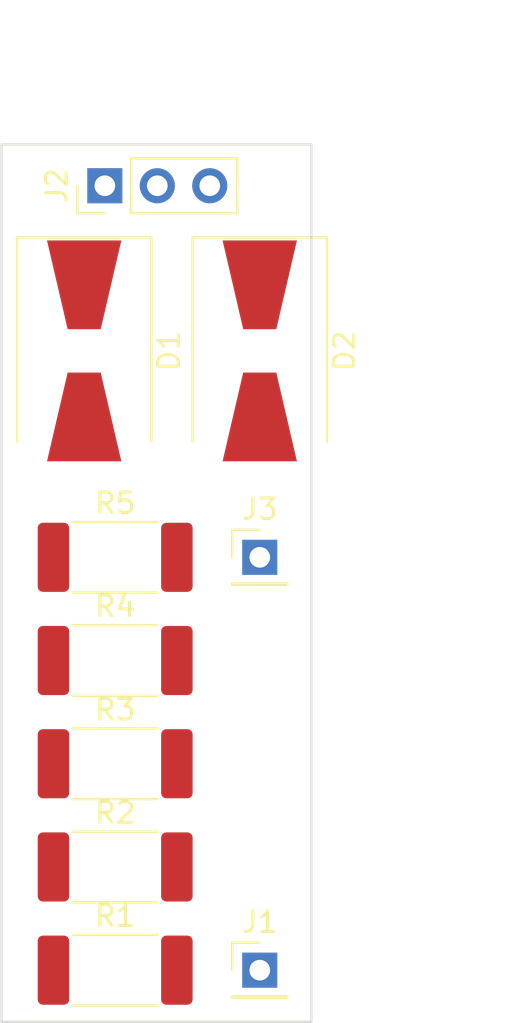
<source format=kicad_pcb>
(kicad_pcb (version 20171130) (host pcbnew 5.1.5+dfsg1-2build2)

  (general
    (thickness 1.6)
    (drawings 6)
    (tracks 0)
    (zones 0)
    (modules 10)
    (nets 5)
  )

  (page A4)
  (layers
    (0 F.Cu signal)
    (31 B.Cu signal)
    (32 B.Adhes user)
    (33 F.Adhes user)
    (34 B.Paste user)
    (35 F.Paste user)
    (36 B.SilkS user)
    (37 F.SilkS user)
    (38 B.Mask user)
    (39 F.Mask user)
    (40 Dwgs.User user)
    (41 Cmts.User user)
    (42 Eco1.User user)
    (43 Eco2.User user)
    (44 Edge.Cuts user)
    (45 Margin user)
    (46 B.CrtYd user hide)
    (47 F.CrtYd user)
    (48 B.Fab user)
    (49 F.Fab user hide)
  )

  (setup
    (last_trace_width 0.25)
    (trace_clearance 0.2)
    (zone_clearance 0.508)
    (zone_45_only no)
    (trace_min 0.2)
    (via_size 0.8)
    (via_drill 0.4)
    (via_min_size 0.4)
    (via_min_drill 0.3)
    (uvia_size 0.3)
    (uvia_drill 0.1)
    (uvias_allowed no)
    (uvia_min_size 0.2)
    (uvia_min_drill 0.1)
    (edge_width 0.1)
    (segment_width 0.2)
    (pcb_text_width 0.3)
    (pcb_text_size 1.5 1.5)
    (mod_edge_width 0.15)
    (mod_text_size 1 1)
    (mod_text_width 0.15)
    (pad_size 1.7 1.7)
    (pad_drill 1)
    (pad_to_mask_clearance 0)
    (aux_axis_origin 0 0)
    (visible_elements FFFFFF7F)
    (pcbplotparams
      (layerselection 0x010fc_ffffffff)
      (usegerberextensions false)
      (usegerberattributes false)
      (usegerberadvancedattributes false)
      (creategerberjobfile false)
      (excludeedgelayer true)
      (linewidth 0.100000)
      (plotframeref false)
      (viasonmask false)
      (mode 1)
      (useauxorigin false)
      (hpglpennumber 1)
      (hpglpenspeed 20)
      (hpglpendiameter 15.000000)
      (psnegative false)
      (psa4output false)
      (plotreference true)
      (plotvalue true)
      (plotinvisibletext false)
      (padsonsilk false)
      (subtractmaskfromsilk false)
      (outputformat 1)
      (mirror false)
      (drillshape 1)
      (scaleselection 1)
      (outputdirectory ""))
  )

  (net 0 "")
  (net 1 "Net-(D1-Pad2)")
  (net 2 "Net-(D1-Pad1)")
  (net 3 "Net-(D2-Pad2)")
  (net 4 "Net-(J1-Pad1)")

  (net_class Default "Esta es la clase de red por defecto."
    (clearance 0.2)
    (trace_width 0.25)
    (via_dia 0.8)
    (via_drill 0.4)
    (uvia_dia 0.3)
    (uvia_drill 0.1)
    (add_net "Net-(D1-Pad1)")
    (add_net "Net-(D1-Pad2)")
    (add_net "Net-(D2-Pad2)")
    (add_net "Net-(J1-Pad1)")
  )

  (module Resistor_SMD:R_2512_6332Metric_Pad1.52x3.35mm_HandSolder (layer F.Cu) (tedit 5B301BBD) (tstamp 6249719C)
    (at 125.5 90)
    (descr "Resistor SMD 2512 (6332 Metric), square (rectangular) end terminal, IPC_7351 nominal with elongated pad for handsoldering. (Body size source: http://www.tortai-tech.com/upload/download/2011102023233369053.pdf), generated with kicad-footprint-generator")
    (tags "resistor handsolder")
    (path /62496D43)
    (attr smd)
    (fp_text reference R5 (at 0 -2.62) (layer F.SilkS)
      (effects (font (size 1 1) (thickness 0.15)))
    )
    (fp_text value 22R (at 0 2.62) (layer F.Fab)
      (effects (font (size 1 1) (thickness 0.15)))
    )
    (fp_line (start -3.15 1.6) (end -3.15 -1.6) (layer F.Fab) (width 0.1))
    (fp_line (start -3.15 -1.6) (end 3.15 -1.6) (layer F.Fab) (width 0.1))
    (fp_line (start 3.15 -1.6) (end 3.15 1.6) (layer F.Fab) (width 0.1))
    (fp_line (start 3.15 1.6) (end -3.15 1.6) (layer F.Fab) (width 0.1))
    (fp_line (start -2.052064 -1.71) (end 2.052064 -1.71) (layer F.SilkS) (width 0.12))
    (fp_line (start -2.052064 1.71) (end 2.052064 1.71) (layer F.SilkS) (width 0.12))
    (fp_line (start -4 1.92) (end -4 -1.92) (layer F.CrtYd) (width 0.05))
    (fp_line (start -4 -1.92) (end 4 -1.92) (layer F.CrtYd) (width 0.05))
    (fp_line (start 4 -1.92) (end 4 1.92) (layer F.CrtYd) (width 0.05))
    (fp_line (start 4 1.92) (end -4 1.92) (layer F.CrtYd) (width 0.05))
    (fp_text user %R (at 0 0) (layer F.Fab)
      (effects (font (size 1 1) (thickness 0.15)))
    )
    (pad 1 smd roundrect (at -2.9875 0) (size 1.525 3.35) (layers F.Cu F.Paste F.Mask) (roundrect_rratio 0.163934)
      (net 1 "Net-(D1-Pad2)"))
    (pad 2 smd roundrect (at 2.9875 0) (size 1.525 3.35) (layers F.Cu F.Paste F.Mask) (roundrect_rratio 0.163934)
      (net 4 "Net-(J1-Pad1)"))
    (model ${KISYS3DMOD}/Resistor_SMD.3dshapes/R_2512_6332Metric.wrl
      (at (xyz 0 0 0))
      (scale (xyz 1 1 1))
      (rotate (xyz 0 0 0))
    )
  )

  (module Resistor_SMD:R_2512_6332Metric_Pad1.52x3.35mm_HandSolder (layer F.Cu) (tedit 5B301BBD) (tstamp 6249718B)
    (at 125.5 95)
    (descr "Resistor SMD 2512 (6332 Metric), square (rectangular) end terminal, IPC_7351 nominal with elongated pad for handsoldering. (Body size source: http://www.tortai-tech.com/upload/download/2011102023233369053.pdf), generated with kicad-footprint-generator")
    (tags "resistor handsolder")
    (path /62496BB8)
    (attr smd)
    (fp_text reference R4 (at 0 -2.62) (layer F.SilkS)
      (effects (font (size 1 1) (thickness 0.15)))
    )
    (fp_text value 22R (at 0 2.62) (layer F.Fab)
      (effects (font (size 1 1) (thickness 0.15)))
    )
    (fp_line (start -3.15 1.6) (end -3.15 -1.6) (layer F.Fab) (width 0.1))
    (fp_line (start -3.15 -1.6) (end 3.15 -1.6) (layer F.Fab) (width 0.1))
    (fp_line (start 3.15 -1.6) (end 3.15 1.6) (layer F.Fab) (width 0.1))
    (fp_line (start 3.15 1.6) (end -3.15 1.6) (layer F.Fab) (width 0.1))
    (fp_line (start -2.052064 -1.71) (end 2.052064 -1.71) (layer F.SilkS) (width 0.12))
    (fp_line (start -2.052064 1.71) (end 2.052064 1.71) (layer F.SilkS) (width 0.12))
    (fp_line (start -4 1.92) (end -4 -1.92) (layer F.CrtYd) (width 0.05))
    (fp_line (start -4 -1.92) (end 4 -1.92) (layer F.CrtYd) (width 0.05))
    (fp_line (start 4 -1.92) (end 4 1.92) (layer F.CrtYd) (width 0.05))
    (fp_line (start 4 1.92) (end -4 1.92) (layer F.CrtYd) (width 0.05))
    (fp_text user %R (at 0 0) (layer F.Fab)
      (effects (font (size 1 1) (thickness 0.15)))
    )
    (pad 1 smd roundrect (at -2.9875 0) (size 1.525 3.35) (layers F.Cu F.Paste F.Mask) (roundrect_rratio 0.163934)
      (net 1 "Net-(D1-Pad2)"))
    (pad 2 smd roundrect (at 2.9875 0) (size 1.525 3.35) (layers F.Cu F.Paste F.Mask) (roundrect_rratio 0.163934)
      (net 4 "Net-(J1-Pad1)"))
    (model ${KISYS3DMOD}/Resistor_SMD.3dshapes/R_2512_6332Metric.wrl
      (at (xyz 0 0 0))
      (scale (xyz 1 1 1))
      (rotate (xyz 0 0 0))
    )
  )

  (module Resistor_SMD:R_2512_6332Metric_Pad1.52x3.35mm_HandSolder (layer F.Cu) (tedit 5B301BBD) (tstamp 6249717A)
    (at 125.5 100)
    (descr "Resistor SMD 2512 (6332 Metric), square (rectangular) end terminal, IPC_7351 nominal with elongated pad for handsoldering. (Body size source: http://www.tortai-tech.com/upload/download/2011102023233369053.pdf), generated with kicad-footprint-generator")
    (tags "resistor handsolder")
    (path /624969A8)
    (attr smd)
    (fp_text reference R3 (at 0 -2.62) (layer F.SilkS)
      (effects (font (size 1 1) (thickness 0.15)))
    )
    (fp_text value 22R (at 0 2.62) (layer F.Fab)
      (effects (font (size 1 1) (thickness 0.15)))
    )
    (fp_line (start -3.15 1.6) (end -3.15 -1.6) (layer F.Fab) (width 0.1))
    (fp_line (start -3.15 -1.6) (end 3.15 -1.6) (layer F.Fab) (width 0.1))
    (fp_line (start 3.15 -1.6) (end 3.15 1.6) (layer F.Fab) (width 0.1))
    (fp_line (start 3.15 1.6) (end -3.15 1.6) (layer F.Fab) (width 0.1))
    (fp_line (start -2.052064 -1.71) (end 2.052064 -1.71) (layer F.SilkS) (width 0.12))
    (fp_line (start -2.052064 1.71) (end 2.052064 1.71) (layer F.SilkS) (width 0.12))
    (fp_line (start -4 1.92) (end -4 -1.92) (layer F.CrtYd) (width 0.05))
    (fp_line (start -4 -1.92) (end 4 -1.92) (layer F.CrtYd) (width 0.05))
    (fp_line (start 4 -1.92) (end 4 1.92) (layer F.CrtYd) (width 0.05))
    (fp_line (start 4 1.92) (end -4 1.92) (layer F.CrtYd) (width 0.05))
    (fp_text user %R (at 0 0) (layer F.Fab)
      (effects (font (size 1 1) (thickness 0.15)))
    )
    (pad 1 smd roundrect (at -2.9875 0) (size 1.525 3.35) (layers F.Cu F.Paste F.Mask) (roundrect_rratio 0.163934)
      (net 1 "Net-(D1-Pad2)"))
    (pad 2 smd roundrect (at 2.9875 0) (size 1.525 3.35) (layers F.Cu F.Paste F.Mask) (roundrect_rratio 0.163934)
      (net 4 "Net-(J1-Pad1)"))
    (model ${KISYS3DMOD}/Resistor_SMD.3dshapes/R_2512_6332Metric.wrl
      (at (xyz 0 0 0))
      (scale (xyz 1 1 1))
      (rotate (xyz 0 0 0))
    )
  )

  (module Resistor_SMD:R_2512_6332Metric_Pad1.52x3.35mm_HandSolder (layer F.Cu) (tedit 5B301BBD) (tstamp 62497169)
    (at 125.5 105)
    (descr "Resistor SMD 2512 (6332 Metric), square (rectangular) end terminal, IPC_7351 nominal with elongated pad for handsoldering. (Body size source: http://www.tortai-tech.com/upload/download/2011102023233369053.pdf), generated with kicad-footprint-generator")
    (tags "resistor handsolder")
    (path /624965F6)
    (attr smd)
    (fp_text reference R2 (at 0 -2.62) (layer F.SilkS)
      (effects (font (size 1 1) (thickness 0.15)))
    )
    (fp_text value 22R (at 0 2.62) (layer F.Fab)
      (effects (font (size 1 1) (thickness 0.15)))
    )
    (fp_line (start -3.15 1.6) (end -3.15 -1.6) (layer F.Fab) (width 0.1))
    (fp_line (start -3.15 -1.6) (end 3.15 -1.6) (layer F.Fab) (width 0.1))
    (fp_line (start 3.15 -1.6) (end 3.15 1.6) (layer F.Fab) (width 0.1))
    (fp_line (start 3.15 1.6) (end -3.15 1.6) (layer F.Fab) (width 0.1))
    (fp_line (start -2.052064 -1.71) (end 2.052064 -1.71) (layer F.SilkS) (width 0.12))
    (fp_line (start -2.052064 1.71) (end 2.052064 1.71) (layer F.SilkS) (width 0.12))
    (fp_line (start -4 1.92) (end -4 -1.92) (layer F.CrtYd) (width 0.05))
    (fp_line (start -4 -1.92) (end 4 -1.92) (layer F.CrtYd) (width 0.05))
    (fp_line (start 4 -1.92) (end 4 1.92) (layer F.CrtYd) (width 0.05))
    (fp_line (start 4 1.92) (end -4 1.92) (layer F.CrtYd) (width 0.05))
    (fp_text user %R (at 0 0) (layer F.Fab)
      (effects (font (size 1 1) (thickness 0.15)))
    )
    (pad 1 smd roundrect (at -2.9875 0) (size 1.525 3.35) (layers F.Cu F.Paste F.Mask) (roundrect_rratio 0.163934)
      (net 1 "Net-(D1-Pad2)"))
    (pad 2 smd roundrect (at 2.9875 0) (size 1.525 3.35) (layers F.Cu F.Paste F.Mask) (roundrect_rratio 0.163934)
      (net 4 "Net-(J1-Pad1)"))
    (model ${KISYS3DMOD}/Resistor_SMD.3dshapes/R_2512_6332Metric.wrl
      (at (xyz 0 0 0))
      (scale (xyz 1 1 1))
      (rotate (xyz 0 0 0))
    )
  )

  (module Resistor_SMD:R_2512_6332Metric_Pad1.52x3.35mm_HandSolder (layer F.Cu) (tedit 5B301BBD) (tstamp 62497158)
    (at 125.5 110)
    (descr "Resistor SMD 2512 (6332 Metric), square (rectangular) end terminal, IPC_7351 nominal with elongated pad for handsoldering. (Body size source: http://www.tortai-tech.com/upload/download/2011102023233369053.pdf), generated with kicad-footprint-generator")
    (tags "resistor handsolder")
    (path /624929C2)
    (attr smd)
    (fp_text reference R1 (at 0 -2.62) (layer F.SilkS)
      (effects (font (size 1 1) (thickness 0.15)))
    )
    (fp_text value 22R (at 0 2.62) (layer F.Fab)
      (effects (font (size 1 1) (thickness 0.15)))
    )
    (fp_line (start -3.15 1.6) (end -3.15 -1.6) (layer F.Fab) (width 0.1))
    (fp_line (start -3.15 -1.6) (end 3.15 -1.6) (layer F.Fab) (width 0.1))
    (fp_line (start 3.15 -1.6) (end 3.15 1.6) (layer F.Fab) (width 0.1))
    (fp_line (start 3.15 1.6) (end -3.15 1.6) (layer F.Fab) (width 0.1))
    (fp_line (start -2.052064 -1.71) (end 2.052064 -1.71) (layer F.SilkS) (width 0.12))
    (fp_line (start -2.052064 1.71) (end 2.052064 1.71) (layer F.SilkS) (width 0.12))
    (fp_line (start -4 1.92) (end -4 -1.92) (layer F.CrtYd) (width 0.05))
    (fp_line (start -4 -1.92) (end 4 -1.92) (layer F.CrtYd) (width 0.05))
    (fp_line (start 4 -1.92) (end 4 1.92) (layer F.CrtYd) (width 0.05))
    (fp_line (start 4 1.92) (end -4 1.92) (layer F.CrtYd) (width 0.05))
    (fp_text user %R (at 0 0) (layer F.Fab)
      (effects (font (size 1 1) (thickness 0.15)))
    )
    (pad 1 smd roundrect (at -2.9875 0) (size 1.525 3.35) (layers F.Cu F.Paste F.Mask) (roundrect_rratio 0.163934)
      (net 1 "Net-(D1-Pad2)"))
    (pad 2 smd roundrect (at 2.9875 0) (size 1.525 3.35) (layers F.Cu F.Paste F.Mask) (roundrect_rratio 0.163934)
      (net 4 "Net-(J1-Pad1)"))
    (model ${KISYS3DMOD}/Resistor_SMD.3dshapes/R_2512_6332Metric.wrl
      (at (xyz 0 0 0))
      (scale (xyz 1 1 1))
      (rotate (xyz 0 0 0))
    )
  )

  (module Connector_PinHeader_2.54mm:PinHeader_1x01_P2.54mm_Vertical (layer F.Cu) (tedit 59FED5CC) (tstamp 62497147)
    (at 132.5 90)
    (descr "Through hole straight pin header, 1x01, 2.54mm pitch, single row")
    (tags "Through hole pin header THT 1x01 2.54mm single row")
    (path /62498FA1)
    (fp_text reference J3 (at 0 -2.33) (layer F.SilkS)
      (effects (font (size 1 1) (thickness 0.15)))
    )
    (fp_text value Conn_01x01_Female (at 0 2.33) (layer F.Fab)
      (effects (font (size 1 1) (thickness 0.15)))
    )
    (fp_line (start -0.635 -1.27) (end 1.27 -1.27) (layer F.Fab) (width 0.1))
    (fp_line (start 1.27 -1.27) (end 1.27 1.27) (layer F.Fab) (width 0.1))
    (fp_line (start 1.27 1.27) (end -1.27 1.27) (layer F.Fab) (width 0.1))
    (fp_line (start -1.27 1.27) (end -1.27 -0.635) (layer F.Fab) (width 0.1))
    (fp_line (start -1.27 -0.635) (end -0.635 -1.27) (layer F.Fab) (width 0.1))
    (fp_line (start -1.33 1.33) (end 1.33 1.33) (layer F.SilkS) (width 0.12))
    (fp_line (start -1.33 1.27) (end -1.33 1.33) (layer F.SilkS) (width 0.12))
    (fp_line (start 1.33 1.27) (end 1.33 1.33) (layer F.SilkS) (width 0.12))
    (fp_line (start -1.33 1.27) (end 1.33 1.27) (layer F.SilkS) (width 0.12))
    (fp_line (start -1.33 0) (end -1.33 -1.33) (layer F.SilkS) (width 0.12))
    (fp_line (start -1.33 -1.33) (end 0 -1.33) (layer F.SilkS) (width 0.12))
    (fp_line (start -1.8 -1.8) (end -1.8 1.8) (layer F.CrtYd) (width 0.05))
    (fp_line (start -1.8 1.8) (end 1.8 1.8) (layer F.CrtYd) (width 0.05))
    (fp_line (start 1.8 1.8) (end 1.8 -1.8) (layer F.CrtYd) (width 0.05))
    (fp_line (start 1.8 -1.8) (end -1.8 -1.8) (layer F.CrtYd) (width 0.05))
    (fp_text user %R (at 0 0 90) (layer F.Fab)
      (effects (font (size 1 1) (thickness 0.15)))
    )
    (pad 1 thru_hole rect (at 0 0) (size 1.7 1.7) (drill 1) (layers *.Cu *.Mask)
      (net 3 "Net-(D2-Pad2)"))
    (model ${KISYS3DMOD}/Connector_PinHeader_2.54mm.3dshapes/PinHeader_1x01_P2.54mm_Vertical.wrl
      (at (xyz 0 0 0))
      (scale (xyz 1 1 1))
      (rotate (xyz 0 0 0))
    )
  )

  (module Connector_PinHeader_2.54mm:PinHeader_1x03_P2.54mm_Vertical (layer F.Cu) (tedit 59FED5CC) (tstamp 62497132)
    (at 125 72 90)
    (descr "Through hole straight pin header, 1x03, 2.54mm pitch, single row")
    (tags "Through hole pin header THT 1x03 2.54mm single row")
    (path /6249A140)
    (fp_text reference J2 (at 0 -2.33 90) (layer F.SilkS)
      (effects (font (size 1 1) (thickness 0.15)))
    )
    (fp_text value Conn_01x03_Female (at 0 7.41 90) (layer F.Fab)
      (effects (font (size 1 1) (thickness 0.15)))
    )
    (fp_text user %R (at 0 2.54) (layer F.Fab)
      (effects (font (size 1 1) (thickness 0.15)))
    )
    (fp_line (start 1.8 -1.8) (end -1.8 -1.8) (layer F.CrtYd) (width 0.05))
    (fp_line (start 1.8 6.85) (end 1.8 -1.8) (layer F.CrtYd) (width 0.05))
    (fp_line (start -1.8 6.85) (end 1.8 6.85) (layer F.CrtYd) (width 0.05))
    (fp_line (start -1.8 -1.8) (end -1.8 6.85) (layer F.CrtYd) (width 0.05))
    (fp_line (start -1.33 -1.33) (end 0 -1.33) (layer F.SilkS) (width 0.12))
    (fp_line (start -1.33 0) (end -1.33 -1.33) (layer F.SilkS) (width 0.12))
    (fp_line (start -1.33 1.27) (end 1.33 1.27) (layer F.SilkS) (width 0.12))
    (fp_line (start 1.33 1.27) (end 1.33 6.41) (layer F.SilkS) (width 0.12))
    (fp_line (start -1.33 1.27) (end -1.33 6.41) (layer F.SilkS) (width 0.12))
    (fp_line (start -1.33 6.41) (end 1.33 6.41) (layer F.SilkS) (width 0.12))
    (fp_line (start -1.27 -0.635) (end -0.635 -1.27) (layer F.Fab) (width 0.1))
    (fp_line (start -1.27 6.35) (end -1.27 -0.635) (layer F.Fab) (width 0.1))
    (fp_line (start 1.27 6.35) (end -1.27 6.35) (layer F.Fab) (width 0.1))
    (fp_line (start 1.27 -1.27) (end 1.27 6.35) (layer F.Fab) (width 0.1))
    (fp_line (start -0.635 -1.27) (end 1.27 -1.27) (layer F.Fab) (width 0.1))
    (pad 3 thru_hole oval (at 0 5.08 90) (size 1.7 1.7) (drill 1) (layers *.Cu *.Mask)
      (net 2 "Net-(D1-Pad1)"))
    (pad 2 thru_hole oval (at 0 2.54 90) (size 1.7 1.7) (drill 1) (layers *.Cu *.Mask)
      (net 2 "Net-(D1-Pad1)"))
    (pad 1 thru_hole rect (at 0 0 90) (size 1.7 1.7) (drill 1) (layers *.Cu *.Mask)
      (net 2 "Net-(D1-Pad1)"))
    (model ${KISYS3DMOD}/Connector_PinHeader_2.54mm.3dshapes/PinHeader_1x03_P2.54mm_Vertical.wrl
      (at (xyz 0 0 0))
      (scale (xyz 1 1 1))
      (rotate (xyz 0 0 0))
    )
  )

  (module Connector_PinHeader_2.54mm:PinHeader_1x01_P2.54mm_Vertical (layer F.Cu) (tedit 59FED5CC) (tstamp 6249711B)
    (at 132.5 110)
    (descr "Through hole straight pin header, 1x01, 2.54mm pitch, single row")
    (tags "Through hole pin header THT 1x01 2.54mm single row")
    (path /624911BC)
    (fp_text reference J1 (at 0 -2.33) (layer F.SilkS)
      (effects (font (size 1 1) (thickness 0.15)))
    )
    (fp_text value Conn_01x01_Female (at 0 2.33) (layer F.Fab)
      (effects (font (size 1 1) (thickness 0.15)))
    )
    (fp_line (start -0.635 -1.27) (end 1.27 -1.27) (layer F.Fab) (width 0.1))
    (fp_line (start 1.27 -1.27) (end 1.27 1.27) (layer F.Fab) (width 0.1))
    (fp_line (start 1.27 1.27) (end -1.27 1.27) (layer F.Fab) (width 0.1))
    (fp_line (start -1.27 1.27) (end -1.27 -0.635) (layer F.Fab) (width 0.1))
    (fp_line (start -1.27 -0.635) (end -0.635 -1.27) (layer F.Fab) (width 0.1))
    (fp_line (start -1.33 1.33) (end 1.33 1.33) (layer F.SilkS) (width 0.12))
    (fp_line (start -1.33 1.27) (end -1.33 1.33) (layer F.SilkS) (width 0.12))
    (fp_line (start 1.33 1.27) (end 1.33 1.33) (layer F.SilkS) (width 0.12))
    (fp_line (start -1.33 1.27) (end 1.33 1.27) (layer F.SilkS) (width 0.12))
    (fp_line (start -1.33 0) (end -1.33 -1.33) (layer F.SilkS) (width 0.12))
    (fp_line (start -1.33 -1.33) (end 0 -1.33) (layer F.SilkS) (width 0.12))
    (fp_line (start -1.8 -1.8) (end -1.8 1.8) (layer F.CrtYd) (width 0.05))
    (fp_line (start -1.8 1.8) (end 1.8 1.8) (layer F.CrtYd) (width 0.05))
    (fp_line (start 1.8 1.8) (end 1.8 -1.8) (layer F.CrtYd) (width 0.05))
    (fp_line (start 1.8 -1.8) (end -1.8 -1.8) (layer F.CrtYd) (width 0.05))
    (fp_text user %R (at 0 0 90) (layer F.Fab)
      (effects (font (size 1 1) (thickness 0.15)))
    )
    (pad 1 thru_hole rect (at 0 0) (size 1.7 1.7) (drill 1) (layers *.Cu *.Mask)
      (net 4 "Net-(J1-Pad1)"))
    (model ${KISYS3DMOD}/Connector_PinHeader_2.54mm.3dshapes/PinHeader_1x01_P2.54mm_Vertical.wrl
      (at (xyz 0 0 0))
      (scale (xyz 1 1 1))
      (rotate (xyz 0 0 0))
    )
  )

  (module Diode_SMD:D_SMB-SMC_Universal_Handsoldering (layer F.Cu) (tedit 586436A6) (tstamp 62497106)
    (at 132.5 80 270)
    (descr "Diode, Universal, SMB(DO-214AA) or SMC (DO-214AB), Handsoldering,")
    (tags "Diode Universal SMB(DO-214AA) SMC (DO-214AB) Handsoldering ")
    (path /624989B3)
    (attr smd)
    (fp_text reference D2 (at 0 -4.1 90) (layer F.SilkS)
      (effects (font (size 1 1) (thickness 0.15)))
    )
    (fp_text value D (at 0 4.1 90) (layer F.Fab)
      (effects (font (size 1 1) (thickness 0.15)))
    )
    (fp_line (start -5.5 -3.25) (end 4.4 -3.25) (layer F.SilkS) (width 0.12))
    (fp_line (start -5.5 3.25) (end 4.4 3.25) (layer F.SilkS) (width 0.12))
    (fp_line (start -0.64944 0.00102) (end 0.50118 -0.79908) (layer F.Fab) (width 0.1))
    (fp_line (start -0.64944 0.00102) (end 0.50118 0.75032) (layer F.Fab) (width 0.1))
    (fp_line (start 0.50118 0.75032) (end 0.50118 -0.79908) (layer F.Fab) (width 0.1))
    (fp_line (start -0.64944 -0.79908) (end -0.64944 0.80112) (layer F.Fab) (width 0.1))
    (fp_line (start 0.50118 0.00102) (end 1.4994 0.00102) (layer F.Fab) (width 0.1))
    (fp_line (start -0.64944 0.00102) (end -1.55114 0.00102) (layer F.Fab) (width 0.1))
    (fp_line (start -5.6 3.35) (end -5.6 -3.35) (layer F.CrtYd) (width 0.05))
    (fp_line (start 5.6 3.35) (end -5.6 3.35) (layer F.CrtYd) (width 0.05))
    (fp_line (start 5.6 -3.35) (end 5.6 3.35) (layer F.CrtYd) (width 0.05))
    (fp_line (start -5.6 -3.35) (end 5.6 -3.35) (layer F.CrtYd) (width 0.05))
    (fp_line (start 2.3 -2) (end -2.3 -2) (layer F.Fab) (width 0.1))
    (fp_line (start 2.3 -2) (end 2.3 2) (layer F.Fab) (width 0.1))
    (fp_line (start -2.3 2) (end -2.3 -2) (layer F.Fab) (width 0.1))
    (fp_line (start 2.3 2) (end -2.3 2) (layer F.Fab) (width 0.1))
    (fp_line (start 3.55 -3.1) (end -3.55 -3.1) (layer F.Fab) (width 0.1))
    (fp_line (start 3.55 -3.1) (end 3.55 3.1) (layer F.Fab) (width 0.1))
    (fp_line (start -3.55 3.1) (end -3.55 -3.1) (layer F.Fab) (width 0.1))
    (fp_line (start 3.55 3.1) (end -3.55 3.1) (layer F.Fab) (width 0.1))
    (fp_line (start -5.5 3.25) (end -5.5 -3.25) (layer F.SilkS) (width 0.12))
    (fp_text user %R (at 0 -4.1 90) (layer F.Fab)
      (effects (font (size 1 1) (thickness 0.15)))
    )
    (pad 2 smd trapezoid (at 3.2 0 90) (size 4.3 2.6) (rect_delta 1 0 ) (layers F.Cu F.Paste F.Mask)
      (net 3 "Net-(D2-Pad2)"))
    (pad 1 smd trapezoid (at -3.2 0 270) (size 4.3 2.6) (rect_delta 1 0 ) (layers F.Cu F.Paste F.Mask)
      (net 2 "Net-(D1-Pad1)"))
    (model ${KISYS3DMOD}/Diode_SMD.3dshapes/D_SMC.wrl
      (at (xyz 0 0 0))
      (scale (xyz 1 1 1))
      (rotate (xyz 0 0 0))
    )
  )

  (module Diode_SMD:D_SMB-SMC_Universal_Handsoldering (layer F.Cu) (tedit 586436A6) (tstamp 624970EA)
    (at 124 80 270)
    (descr "Diode, Universal, SMB(DO-214AA) or SMC (DO-214AB), Handsoldering,")
    (tags "Diode Universal SMB(DO-214AA) SMC (DO-214AB) Handsoldering ")
    (path /62497BEE)
    (attr smd)
    (fp_text reference D1 (at 0 -4.1 90) (layer F.SilkS)
      (effects (font (size 1 1) (thickness 0.15)))
    )
    (fp_text value D (at 0 4.1 90) (layer F.Fab)
      (effects (font (size 1 1) (thickness 0.15)))
    )
    (fp_line (start -5.5 -3.25) (end 4.4 -3.25) (layer F.SilkS) (width 0.12))
    (fp_line (start -5.5 3.25) (end 4.4 3.25) (layer F.SilkS) (width 0.12))
    (fp_line (start -0.64944 0.00102) (end 0.50118 -0.79908) (layer F.Fab) (width 0.1))
    (fp_line (start -0.64944 0.00102) (end 0.50118 0.75032) (layer F.Fab) (width 0.1))
    (fp_line (start 0.50118 0.75032) (end 0.50118 -0.79908) (layer F.Fab) (width 0.1))
    (fp_line (start -0.64944 -0.79908) (end -0.64944 0.80112) (layer F.Fab) (width 0.1))
    (fp_line (start 0.50118 0.00102) (end 1.4994 0.00102) (layer F.Fab) (width 0.1))
    (fp_line (start -0.64944 0.00102) (end -1.55114 0.00102) (layer F.Fab) (width 0.1))
    (fp_line (start -5.6 3.35) (end -5.6 -3.35) (layer F.CrtYd) (width 0.05))
    (fp_line (start 5.6 3.35) (end -5.6 3.35) (layer F.CrtYd) (width 0.05))
    (fp_line (start 5.6 -3.35) (end 5.6 3.35) (layer F.CrtYd) (width 0.05))
    (fp_line (start -5.6 -3.35) (end 5.6 -3.35) (layer F.CrtYd) (width 0.05))
    (fp_line (start 2.3 -2) (end -2.3 -2) (layer F.Fab) (width 0.1))
    (fp_line (start 2.3 -2) (end 2.3 2) (layer F.Fab) (width 0.1))
    (fp_line (start -2.3 2) (end -2.3 -2) (layer F.Fab) (width 0.1))
    (fp_line (start 2.3 2) (end -2.3 2) (layer F.Fab) (width 0.1))
    (fp_line (start 3.55 -3.1) (end -3.55 -3.1) (layer F.Fab) (width 0.1))
    (fp_line (start 3.55 -3.1) (end 3.55 3.1) (layer F.Fab) (width 0.1))
    (fp_line (start -3.55 3.1) (end -3.55 -3.1) (layer F.Fab) (width 0.1))
    (fp_line (start 3.55 3.1) (end -3.55 3.1) (layer F.Fab) (width 0.1))
    (fp_line (start -5.5 3.25) (end -5.5 -3.25) (layer F.SilkS) (width 0.12))
    (fp_text user %R (at 0 -4.1 90) (layer F.Fab)
      (effects (font (size 1 1) (thickness 0.15)))
    )
    (pad 2 smd trapezoid (at 3.2 0 90) (size 4.3 2.6) (rect_delta 1 0 ) (layers F.Cu F.Paste F.Mask)
      (net 1 "Net-(D1-Pad2)"))
    (pad 1 smd trapezoid (at -3.2 0 270) (size 4.3 2.6) (rect_delta 1 0 ) (layers F.Cu F.Paste F.Mask)
      (net 2 "Net-(D1-Pad1)"))
    (model ${KISYS3DMOD}/Diode_SMD.3dshapes/D_SMC.wrl
      (at (xyz 0 0 0))
      (scale (xyz 1 1 1))
      (rotate (xyz 0 0 0))
    )
  )

  (dimension 42.5 (width 0.15) (layer Dwgs.User)
    (gr_text "42,500 mm" (at 143.8 91.25 270) (layer Dwgs.User)
      (effects (font (size 1 1) (thickness 0.15)))
    )
    (feature1 (pts (xy 135 112.5) (xy 143.086421 112.5)))
    (feature2 (pts (xy 135 70) (xy 143.086421 70)))
    (crossbar (pts (xy 142.5 70) (xy 142.5 112.5)))
    (arrow1a (pts (xy 142.5 112.5) (xy 141.913579 111.373496)))
    (arrow1b (pts (xy 142.5 112.5) (xy 143.086421 111.373496)))
    (arrow2a (pts (xy 142.5 70) (xy 141.913579 71.126504)))
    (arrow2b (pts (xy 142.5 70) (xy 143.086421 71.126504)))
  )
  (dimension 15 (width 0.15) (layer Dwgs.User)
    (gr_text "15,000 mm" (at 127.5 63.7) (layer Dwgs.User)
      (effects (font (size 1 1) (thickness 0.15)))
    )
    (feature1 (pts (xy 135 70) (xy 135 64.413579)))
    (feature2 (pts (xy 120 70) (xy 120 64.413579)))
    (crossbar (pts (xy 120 65) (xy 135 65)))
    (arrow1a (pts (xy 135 65) (xy 133.873496 65.586421)))
    (arrow1b (pts (xy 135 65) (xy 133.873496 64.413579)))
    (arrow2a (pts (xy 120 65) (xy 121.126504 65.586421)))
    (arrow2b (pts (xy 120 65) (xy 121.126504 64.413579)))
  )
  (gr_line (start 135 70) (end 135 112.5) (layer Edge.Cuts) (width 0.1))
  (gr_line (start 120 70) (end 135 70) (layer Edge.Cuts) (width 0.1))
  (gr_line (start 120 112.5) (end 120 70) (layer Edge.Cuts) (width 0.1))
  (gr_line (start 135 112.5) (end 120 112.5) (layer Edge.Cuts) (width 0.1))

)

</source>
